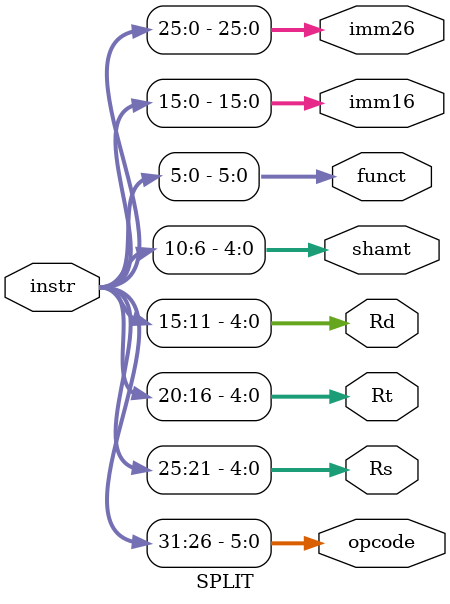
<source format=v>
module SPLIT (
    input [31:0] instr,
    output [5:0] opcode,
    output [4:0] Rs,
    output [4:0] Rt,
    output [4:0] Rd,
    output [4:0] shamt,
    output [5:0] funct,
    output [15:0] imm16,
    output [25:0] imm26
);
    assign opcode = instr[31:26];
    assign Rs = instr[25:21];
    assign Rt = instr[20:16];
    assign Rd = instr[15:11];
    assign shamt = instr[10:6];
    assign funct = instr[5:0];
    assign imm16 = instr[15:0];
    assign imm26 = instr[25:0];
    
endmodule
</source>
